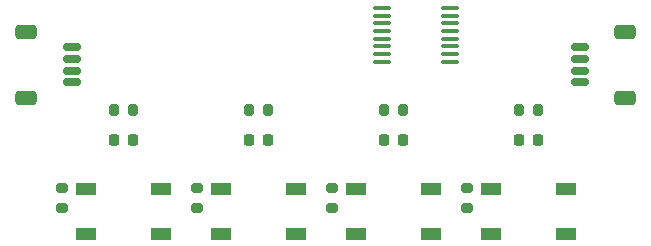
<source format=gtp>
%TF.GenerationSoftware,KiCad,Pcbnew,7.0.7*%
%TF.CreationDate,2023-10-15T17:36:15+02:00*%
%TF.ProjectId,io_expander,696f5f65-7870-4616-9e64-65722e6b6963,1.1*%
%TF.SameCoordinates,PX3c8eee0PY3c8eee0*%
%TF.FileFunction,Paste,Top*%
%TF.FilePolarity,Positive*%
%FSLAX46Y46*%
G04 Gerber Fmt 4.6, Leading zero omitted, Abs format (unit mm)*
G04 Created by KiCad (PCBNEW 7.0.7) date 2023-10-15 17:36:15*
%MOMM*%
%LPD*%
G01*
G04 APERTURE LIST*
G04 Aperture macros list*
%AMRoundRect*
0 Rectangle with rounded corners*
0 $1 Rounding radius*
0 $2 $3 $4 $5 $6 $7 $8 $9 X,Y pos of 4 corners*
0 Add a 4 corners polygon primitive as box body*
4,1,4,$2,$3,$4,$5,$6,$7,$8,$9,$2,$3,0*
0 Add four circle primitives for the rounded corners*
1,1,$1+$1,$2,$3*
1,1,$1+$1,$4,$5*
1,1,$1+$1,$6,$7*
1,1,$1+$1,$8,$9*
0 Add four rect primitives between the rounded corners*
20,1,$1+$1,$2,$3,$4,$5,0*
20,1,$1+$1,$4,$5,$6,$7,0*
20,1,$1+$1,$6,$7,$8,$9,0*
20,1,$1+$1,$8,$9,$2,$3,0*%
G04 Aperture macros list end*
%ADD10RoundRect,0.200000X0.200000X0.275000X-0.200000X0.275000X-0.200000X-0.275000X0.200000X-0.275000X0*%
%ADD11R,1.700000X1.000000*%
%ADD12RoundRect,0.150000X-0.625000X0.150000X-0.625000X-0.150000X0.625000X-0.150000X0.625000X0.150000X0*%
%ADD13RoundRect,0.250000X-0.650000X0.350000X-0.650000X-0.350000X0.650000X-0.350000X0.650000X0.350000X0*%
%ADD14RoundRect,0.200000X-0.275000X0.200000X-0.275000X-0.200000X0.275000X-0.200000X0.275000X0.200000X0*%
%ADD15RoundRect,0.218750X0.218750X0.256250X-0.218750X0.256250X-0.218750X-0.256250X0.218750X-0.256250X0*%
%ADD16RoundRect,0.100000X-0.637500X-0.100000X0.637500X-0.100000X0.637500X0.100000X-0.637500X0.100000X0*%
%ADD17RoundRect,0.150000X0.625000X-0.150000X0.625000X0.150000X-0.625000X0.150000X-0.625000X-0.150000X0*%
%ADD18RoundRect,0.250000X0.650000X-0.350000X0.650000X0.350000X-0.650000X0.350000X-0.650000X-0.350000X0*%
G04 APERTURE END LIST*
D10*
%TO.C,R2*%
X22097500Y-13970000D03*
X20447500Y-13970000D03*
%TD*%
D11*
%TO.C,SW3*%
X29552500Y-20706000D03*
X35852500Y-20706000D03*
X29552500Y-24506000D03*
X35852500Y-24506000D03*
%TD*%
D12*
%TO.C,J1*%
X5492500Y-8660000D03*
X5492500Y-9660000D03*
X5492500Y-10660000D03*
X5492500Y-11660000D03*
D13*
X1617500Y-7360000D03*
X1617500Y-12960000D03*
%TD*%
D14*
%TO.C,R6*%
X16087500Y-20625000D03*
X16087500Y-22275000D03*
%TD*%
D15*
%TO.C,D1*%
X10630000Y-16510000D03*
X9055000Y-16510000D03*
%TD*%
D14*
%TO.C,R5*%
X4637500Y-20625000D03*
X4637500Y-22275000D03*
%TD*%
D11*
%TO.C,SW2*%
X18122500Y-20706000D03*
X24422500Y-20706000D03*
X18122500Y-24506000D03*
X24422500Y-24506000D03*
%TD*%
D15*
%TO.C,D4*%
X44920000Y-16510000D03*
X43345000Y-16510000D03*
%TD*%
D14*
%TO.C,R7*%
X27487500Y-20625000D03*
X27487500Y-22275000D03*
%TD*%
D15*
%TO.C,D2*%
X22060000Y-16510000D03*
X20485000Y-16510000D03*
%TD*%
D10*
%TO.C,R4*%
X44957500Y-13970000D03*
X43307500Y-13970000D03*
%TD*%
D16*
%TO.C,U1*%
X31745000Y-5345000D03*
X31745000Y-5995000D03*
X31745000Y-6645000D03*
X31745000Y-7295000D03*
X31745000Y-7945000D03*
X31745000Y-8595000D03*
X31745000Y-9245000D03*
X31745000Y-9895000D03*
X37470000Y-9895000D03*
X37470000Y-9245000D03*
X37470000Y-8595000D03*
X37470000Y-7945000D03*
X37470000Y-7295000D03*
X37470000Y-6645000D03*
X37470000Y-5995000D03*
X37470000Y-5345000D03*
%TD*%
D10*
%TO.C,R1*%
X10667500Y-13970000D03*
X9017500Y-13970000D03*
%TD*%
D11*
%TO.C,SW1*%
X6692500Y-20706000D03*
X12992500Y-20706000D03*
X6692500Y-24506000D03*
X12992500Y-24506000D03*
%TD*%
D14*
%TO.C,R8*%
X38937500Y-20625000D03*
X38937500Y-22275000D03*
%TD*%
D17*
%TO.C,J2*%
X48482500Y-11660000D03*
X48482500Y-10660000D03*
X48482500Y-9660000D03*
X48482500Y-8660000D03*
D18*
X52357500Y-12960000D03*
X52357500Y-7360000D03*
%TD*%
D10*
%TO.C,R3*%
X33527500Y-13970000D03*
X31877500Y-13970000D03*
%TD*%
D11*
%TO.C,SW4*%
X40982500Y-20706000D03*
X47282500Y-20706000D03*
X40982500Y-24506000D03*
X47282500Y-24506000D03*
%TD*%
D15*
%TO.C,D3*%
X33490000Y-16510000D03*
X31915000Y-16510000D03*
%TD*%
M02*

</source>
